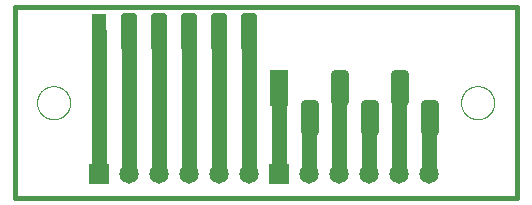
<source format=gtl>
G75*
%MOIN*%
%OFA0B0*%
%FSLAX25Y25*%
%IPPOS*%
%LPD*%
%AMOC8*
5,1,8,0,0,1.08239X$1,22.5*
%
%ADD10C,0.01600*%
%ADD11C,0.00000*%
%ADD12R,0.05000X0.12480*%
%ADD13C,0.02500*%
%ADD14R,0.06500X0.06500*%
%ADD15C,0.06500*%
%ADD16C,0.03000*%
%ADD17R,0.06000X0.12000*%
%ADD18C,0.05000*%
D10*
X0001800Y0033343D02*
X0001800Y0096843D01*
X0169050Y0096843D01*
X0169050Y0033343D01*
X0001865Y0033343D01*
D11*
X0009117Y0065000D02*
X0009119Y0065148D01*
X0009125Y0065296D01*
X0009135Y0065444D01*
X0009149Y0065591D01*
X0009167Y0065738D01*
X0009188Y0065884D01*
X0009214Y0066030D01*
X0009244Y0066175D01*
X0009277Y0066319D01*
X0009315Y0066462D01*
X0009356Y0066604D01*
X0009401Y0066745D01*
X0009449Y0066885D01*
X0009502Y0067024D01*
X0009558Y0067161D01*
X0009618Y0067296D01*
X0009681Y0067430D01*
X0009748Y0067562D01*
X0009819Y0067692D01*
X0009893Y0067820D01*
X0009970Y0067946D01*
X0010051Y0068070D01*
X0010135Y0068192D01*
X0010222Y0068311D01*
X0010313Y0068428D01*
X0010407Y0068543D01*
X0010503Y0068655D01*
X0010603Y0068765D01*
X0010705Y0068871D01*
X0010811Y0068975D01*
X0010919Y0069076D01*
X0011030Y0069174D01*
X0011143Y0069270D01*
X0011259Y0069362D01*
X0011377Y0069451D01*
X0011498Y0069536D01*
X0011621Y0069619D01*
X0011746Y0069698D01*
X0011873Y0069774D01*
X0012002Y0069846D01*
X0012133Y0069915D01*
X0012266Y0069980D01*
X0012401Y0070041D01*
X0012537Y0070099D01*
X0012674Y0070154D01*
X0012813Y0070204D01*
X0012954Y0070251D01*
X0013095Y0070294D01*
X0013238Y0070334D01*
X0013382Y0070369D01*
X0013526Y0070401D01*
X0013672Y0070428D01*
X0013818Y0070452D01*
X0013965Y0070472D01*
X0014112Y0070488D01*
X0014259Y0070500D01*
X0014407Y0070508D01*
X0014555Y0070512D01*
X0014703Y0070512D01*
X0014851Y0070508D01*
X0014999Y0070500D01*
X0015146Y0070488D01*
X0015293Y0070472D01*
X0015440Y0070452D01*
X0015586Y0070428D01*
X0015732Y0070401D01*
X0015876Y0070369D01*
X0016020Y0070334D01*
X0016163Y0070294D01*
X0016304Y0070251D01*
X0016445Y0070204D01*
X0016584Y0070154D01*
X0016721Y0070099D01*
X0016857Y0070041D01*
X0016992Y0069980D01*
X0017125Y0069915D01*
X0017256Y0069846D01*
X0017385Y0069774D01*
X0017512Y0069698D01*
X0017637Y0069619D01*
X0017760Y0069536D01*
X0017881Y0069451D01*
X0017999Y0069362D01*
X0018115Y0069270D01*
X0018228Y0069174D01*
X0018339Y0069076D01*
X0018447Y0068975D01*
X0018553Y0068871D01*
X0018655Y0068765D01*
X0018755Y0068655D01*
X0018851Y0068543D01*
X0018945Y0068428D01*
X0019036Y0068311D01*
X0019123Y0068192D01*
X0019207Y0068070D01*
X0019288Y0067946D01*
X0019365Y0067820D01*
X0019439Y0067692D01*
X0019510Y0067562D01*
X0019577Y0067430D01*
X0019640Y0067296D01*
X0019700Y0067161D01*
X0019756Y0067024D01*
X0019809Y0066885D01*
X0019857Y0066745D01*
X0019902Y0066604D01*
X0019943Y0066462D01*
X0019981Y0066319D01*
X0020014Y0066175D01*
X0020044Y0066030D01*
X0020070Y0065884D01*
X0020091Y0065738D01*
X0020109Y0065591D01*
X0020123Y0065444D01*
X0020133Y0065296D01*
X0020139Y0065148D01*
X0020141Y0065000D01*
X0020139Y0064852D01*
X0020133Y0064704D01*
X0020123Y0064556D01*
X0020109Y0064409D01*
X0020091Y0064262D01*
X0020070Y0064116D01*
X0020044Y0063970D01*
X0020014Y0063825D01*
X0019981Y0063681D01*
X0019943Y0063538D01*
X0019902Y0063396D01*
X0019857Y0063255D01*
X0019809Y0063115D01*
X0019756Y0062976D01*
X0019700Y0062839D01*
X0019640Y0062704D01*
X0019577Y0062570D01*
X0019510Y0062438D01*
X0019439Y0062308D01*
X0019365Y0062180D01*
X0019288Y0062054D01*
X0019207Y0061930D01*
X0019123Y0061808D01*
X0019036Y0061689D01*
X0018945Y0061572D01*
X0018851Y0061457D01*
X0018755Y0061345D01*
X0018655Y0061235D01*
X0018553Y0061129D01*
X0018447Y0061025D01*
X0018339Y0060924D01*
X0018228Y0060826D01*
X0018115Y0060730D01*
X0017999Y0060638D01*
X0017881Y0060549D01*
X0017760Y0060464D01*
X0017637Y0060381D01*
X0017512Y0060302D01*
X0017385Y0060226D01*
X0017256Y0060154D01*
X0017125Y0060085D01*
X0016992Y0060020D01*
X0016857Y0059959D01*
X0016721Y0059901D01*
X0016584Y0059846D01*
X0016445Y0059796D01*
X0016304Y0059749D01*
X0016163Y0059706D01*
X0016020Y0059666D01*
X0015876Y0059631D01*
X0015732Y0059599D01*
X0015586Y0059572D01*
X0015440Y0059548D01*
X0015293Y0059528D01*
X0015146Y0059512D01*
X0014999Y0059500D01*
X0014851Y0059492D01*
X0014703Y0059488D01*
X0014555Y0059488D01*
X0014407Y0059492D01*
X0014259Y0059500D01*
X0014112Y0059512D01*
X0013965Y0059528D01*
X0013818Y0059548D01*
X0013672Y0059572D01*
X0013526Y0059599D01*
X0013382Y0059631D01*
X0013238Y0059666D01*
X0013095Y0059706D01*
X0012954Y0059749D01*
X0012813Y0059796D01*
X0012674Y0059846D01*
X0012537Y0059901D01*
X0012401Y0059959D01*
X0012266Y0060020D01*
X0012133Y0060085D01*
X0012002Y0060154D01*
X0011873Y0060226D01*
X0011746Y0060302D01*
X0011621Y0060381D01*
X0011498Y0060464D01*
X0011377Y0060549D01*
X0011259Y0060638D01*
X0011143Y0060730D01*
X0011030Y0060826D01*
X0010919Y0060924D01*
X0010811Y0061025D01*
X0010705Y0061129D01*
X0010603Y0061235D01*
X0010503Y0061345D01*
X0010407Y0061457D01*
X0010313Y0061572D01*
X0010222Y0061689D01*
X0010135Y0061808D01*
X0010051Y0061930D01*
X0009970Y0062054D01*
X0009893Y0062180D01*
X0009819Y0062308D01*
X0009748Y0062438D01*
X0009681Y0062570D01*
X0009618Y0062704D01*
X0009558Y0062839D01*
X0009502Y0062976D01*
X0009449Y0063115D01*
X0009401Y0063255D01*
X0009356Y0063396D01*
X0009315Y0063538D01*
X0009277Y0063681D01*
X0009244Y0063825D01*
X0009214Y0063970D01*
X0009188Y0064116D01*
X0009167Y0064262D01*
X0009149Y0064409D01*
X0009135Y0064556D01*
X0009125Y0064704D01*
X0009119Y0064852D01*
X0009117Y0065000D01*
X0150455Y0065008D02*
X0150457Y0065156D01*
X0150463Y0065304D01*
X0150473Y0065452D01*
X0150487Y0065599D01*
X0150505Y0065746D01*
X0150526Y0065892D01*
X0150552Y0066038D01*
X0150582Y0066183D01*
X0150615Y0066327D01*
X0150653Y0066470D01*
X0150694Y0066612D01*
X0150739Y0066753D01*
X0150787Y0066893D01*
X0150840Y0067032D01*
X0150896Y0067169D01*
X0150956Y0067304D01*
X0151019Y0067438D01*
X0151086Y0067570D01*
X0151157Y0067700D01*
X0151231Y0067828D01*
X0151308Y0067954D01*
X0151389Y0068078D01*
X0151473Y0068200D01*
X0151560Y0068319D01*
X0151651Y0068436D01*
X0151745Y0068551D01*
X0151841Y0068663D01*
X0151941Y0068773D01*
X0152043Y0068879D01*
X0152149Y0068983D01*
X0152257Y0069084D01*
X0152368Y0069182D01*
X0152481Y0069278D01*
X0152597Y0069370D01*
X0152715Y0069459D01*
X0152836Y0069544D01*
X0152959Y0069627D01*
X0153084Y0069706D01*
X0153211Y0069782D01*
X0153340Y0069854D01*
X0153471Y0069923D01*
X0153604Y0069988D01*
X0153739Y0070049D01*
X0153875Y0070107D01*
X0154012Y0070162D01*
X0154151Y0070212D01*
X0154292Y0070259D01*
X0154433Y0070302D01*
X0154576Y0070342D01*
X0154720Y0070377D01*
X0154864Y0070409D01*
X0155010Y0070436D01*
X0155156Y0070460D01*
X0155303Y0070480D01*
X0155450Y0070496D01*
X0155597Y0070508D01*
X0155745Y0070516D01*
X0155893Y0070520D01*
X0156041Y0070520D01*
X0156189Y0070516D01*
X0156337Y0070508D01*
X0156484Y0070496D01*
X0156631Y0070480D01*
X0156778Y0070460D01*
X0156924Y0070436D01*
X0157070Y0070409D01*
X0157214Y0070377D01*
X0157358Y0070342D01*
X0157501Y0070302D01*
X0157642Y0070259D01*
X0157783Y0070212D01*
X0157922Y0070162D01*
X0158059Y0070107D01*
X0158195Y0070049D01*
X0158330Y0069988D01*
X0158463Y0069923D01*
X0158594Y0069854D01*
X0158723Y0069782D01*
X0158850Y0069706D01*
X0158975Y0069627D01*
X0159098Y0069544D01*
X0159219Y0069459D01*
X0159337Y0069370D01*
X0159453Y0069278D01*
X0159566Y0069182D01*
X0159677Y0069084D01*
X0159785Y0068983D01*
X0159891Y0068879D01*
X0159993Y0068773D01*
X0160093Y0068663D01*
X0160189Y0068551D01*
X0160283Y0068436D01*
X0160374Y0068319D01*
X0160461Y0068200D01*
X0160545Y0068078D01*
X0160626Y0067954D01*
X0160703Y0067828D01*
X0160777Y0067700D01*
X0160848Y0067570D01*
X0160915Y0067438D01*
X0160978Y0067304D01*
X0161038Y0067169D01*
X0161094Y0067032D01*
X0161147Y0066893D01*
X0161195Y0066753D01*
X0161240Y0066612D01*
X0161281Y0066470D01*
X0161319Y0066327D01*
X0161352Y0066183D01*
X0161382Y0066038D01*
X0161408Y0065892D01*
X0161429Y0065746D01*
X0161447Y0065599D01*
X0161461Y0065452D01*
X0161471Y0065304D01*
X0161477Y0065156D01*
X0161479Y0065008D01*
X0161477Y0064860D01*
X0161471Y0064712D01*
X0161461Y0064564D01*
X0161447Y0064417D01*
X0161429Y0064270D01*
X0161408Y0064124D01*
X0161382Y0063978D01*
X0161352Y0063833D01*
X0161319Y0063689D01*
X0161281Y0063546D01*
X0161240Y0063404D01*
X0161195Y0063263D01*
X0161147Y0063123D01*
X0161094Y0062984D01*
X0161038Y0062847D01*
X0160978Y0062712D01*
X0160915Y0062578D01*
X0160848Y0062446D01*
X0160777Y0062316D01*
X0160703Y0062188D01*
X0160626Y0062062D01*
X0160545Y0061938D01*
X0160461Y0061816D01*
X0160374Y0061697D01*
X0160283Y0061580D01*
X0160189Y0061465D01*
X0160093Y0061353D01*
X0159993Y0061243D01*
X0159891Y0061137D01*
X0159785Y0061033D01*
X0159677Y0060932D01*
X0159566Y0060834D01*
X0159453Y0060738D01*
X0159337Y0060646D01*
X0159219Y0060557D01*
X0159098Y0060472D01*
X0158975Y0060389D01*
X0158850Y0060310D01*
X0158723Y0060234D01*
X0158594Y0060162D01*
X0158463Y0060093D01*
X0158330Y0060028D01*
X0158195Y0059967D01*
X0158059Y0059909D01*
X0157922Y0059854D01*
X0157783Y0059804D01*
X0157642Y0059757D01*
X0157501Y0059714D01*
X0157358Y0059674D01*
X0157214Y0059639D01*
X0157070Y0059607D01*
X0156924Y0059580D01*
X0156778Y0059556D01*
X0156631Y0059536D01*
X0156484Y0059520D01*
X0156337Y0059508D01*
X0156189Y0059500D01*
X0156041Y0059496D01*
X0155893Y0059496D01*
X0155745Y0059500D01*
X0155597Y0059508D01*
X0155450Y0059520D01*
X0155303Y0059536D01*
X0155156Y0059556D01*
X0155010Y0059580D01*
X0154864Y0059607D01*
X0154720Y0059639D01*
X0154576Y0059674D01*
X0154433Y0059714D01*
X0154292Y0059757D01*
X0154151Y0059804D01*
X0154012Y0059854D01*
X0153875Y0059909D01*
X0153739Y0059967D01*
X0153604Y0060028D01*
X0153471Y0060093D01*
X0153340Y0060162D01*
X0153211Y0060234D01*
X0153084Y0060310D01*
X0152959Y0060389D01*
X0152836Y0060472D01*
X0152715Y0060557D01*
X0152597Y0060646D01*
X0152481Y0060738D01*
X0152368Y0060834D01*
X0152257Y0060932D01*
X0152149Y0061033D01*
X0152043Y0061137D01*
X0151941Y0061243D01*
X0151841Y0061353D01*
X0151745Y0061465D01*
X0151651Y0061580D01*
X0151560Y0061697D01*
X0151473Y0061816D01*
X0151389Y0061938D01*
X0151308Y0062062D01*
X0151231Y0062188D01*
X0151157Y0062316D01*
X0151086Y0062446D01*
X0151019Y0062578D01*
X0150956Y0062712D01*
X0150896Y0062847D01*
X0150840Y0062984D01*
X0150787Y0063123D01*
X0150739Y0063263D01*
X0150694Y0063404D01*
X0150653Y0063546D01*
X0150615Y0063689D01*
X0150582Y0063833D01*
X0150552Y0063978D01*
X0150526Y0064124D01*
X0150505Y0064270D01*
X0150487Y0064417D01*
X0150473Y0064564D01*
X0150463Y0064712D01*
X0150457Y0064860D01*
X0150455Y0065008D01*
D12*
X0029800Y0088593D03*
D13*
X0041050Y0093583D02*
X0041050Y0083603D01*
X0038550Y0083603D01*
X0038550Y0093583D01*
X0041050Y0093583D01*
X0041050Y0086102D02*
X0038550Y0086102D01*
X0038550Y0088601D02*
X0041050Y0088601D01*
X0041050Y0091100D02*
X0038550Y0091100D01*
X0051050Y0093583D02*
X0051050Y0083603D01*
X0048550Y0083603D01*
X0048550Y0093583D01*
X0051050Y0093583D01*
X0051050Y0086102D02*
X0048550Y0086102D01*
X0048550Y0088601D02*
X0051050Y0088601D01*
X0051050Y0091100D02*
X0048550Y0091100D01*
X0061050Y0093583D02*
X0061050Y0083603D01*
X0058550Y0083603D01*
X0058550Y0093583D01*
X0061050Y0093583D01*
X0061050Y0086102D02*
X0058550Y0086102D01*
X0058550Y0088601D02*
X0061050Y0088601D01*
X0061050Y0091100D02*
X0058550Y0091100D01*
X0071050Y0093583D02*
X0071050Y0083603D01*
X0068550Y0083603D01*
X0068550Y0093583D01*
X0071050Y0093583D01*
X0071050Y0086102D02*
X0068550Y0086102D01*
X0068550Y0088601D02*
X0071050Y0088601D01*
X0071050Y0091100D02*
X0068550Y0091100D01*
X0081050Y0093583D02*
X0081050Y0083603D01*
X0078550Y0083603D01*
X0078550Y0093583D01*
X0081050Y0093583D01*
X0081050Y0086102D02*
X0078550Y0086102D01*
X0078550Y0088601D02*
X0081050Y0088601D01*
X0081050Y0091100D02*
X0078550Y0091100D01*
D14*
X0089800Y0041093D03*
X0029800Y0041093D03*
D15*
X0039800Y0041093D03*
X0049800Y0041093D03*
X0059800Y0041093D03*
X0069800Y0041093D03*
X0079800Y0041093D03*
X0099800Y0041093D03*
X0109800Y0041093D03*
X0119800Y0041093D03*
X0129800Y0041093D03*
X0139800Y0041093D03*
D16*
X0141300Y0055508D02*
X0141300Y0064508D01*
X0141300Y0055508D02*
X0138300Y0055508D01*
X0138300Y0064508D01*
X0141300Y0064508D01*
X0141300Y0058507D02*
X0138300Y0058507D01*
X0138300Y0061506D02*
X0141300Y0061506D01*
X0141300Y0064505D02*
X0138300Y0064505D01*
X0131300Y0065508D02*
X0131300Y0074508D01*
X0131300Y0065508D02*
X0128300Y0065508D01*
X0128300Y0074508D01*
X0131300Y0074508D01*
X0131300Y0068507D02*
X0128300Y0068507D01*
X0128300Y0071506D02*
X0131300Y0071506D01*
X0131300Y0074505D02*
X0128300Y0074505D01*
X0121300Y0064508D02*
X0121300Y0055508D01*
X0118300Y0055508D01*
X0118300Y0064508D01*
X0121300Y0064508D01*
X0121300Y0058507D02*
X0118300Y0058507D01*
X0118300Y0061506D02*
X0121300Y0061506D01*
X0121300Y0064505D02*
X0118300Y0064505D01*
X0111300Y0065508D02*
X0111300Y0074508D01*
X0111300Y0065508D02*
X0108300Y0065508D01*
X0108300Y0074508D01*
X0111300Y0074508D01*
X0111300Y0068507D02*
X0108300Y0068507D01*
X0108300Y0071506D02*
X0111300Y0071506D01*
X0111300Y0074505D02*
X0108300Y0074505D01*
X0101300Y0064508D02*
X0101300Y0055508D01*
X0098300Y0055508D01*
X0098300Y0064508D01*
X0101300Y0064508D01*
X0101300Y0058507D02*
X0098300Y0058507D01*
X0098300Y0061506D02*
X0101300Y0061506D01*
X0101300Y0064505D02*
X0098300Y0064505D01*
D17*
X0089800Y0070008D03*
D18*
X0089800Y0041093D01*
X0079800Y0041093D02*
X0079800Y0088593D01*
X0069800Y0088593D02*
X0069800Y0041093D01*
X0059800Y0041093D02*
X0059800Y0088593D01*
X0049800Y0088593D02*
X0049800Y0041093D01*
X0039800Y0041093D02*
X0039800Y0088593D01*
X0029800Y0088593D02*
X0029800Y0041093D01*
X0099800Y0041093D02*
X0099800Y0060008D01*
X0109800Y0070008D02*
X0109800Y0041093D01*
X0119800Y0041093D02*
X0119800Y0060008D01*
X0129800Y0070008D02*
X0129800Y0041093D01*
X0139800Y0041093D02*
X0139800Y0060008D01*
M02*

</source>
